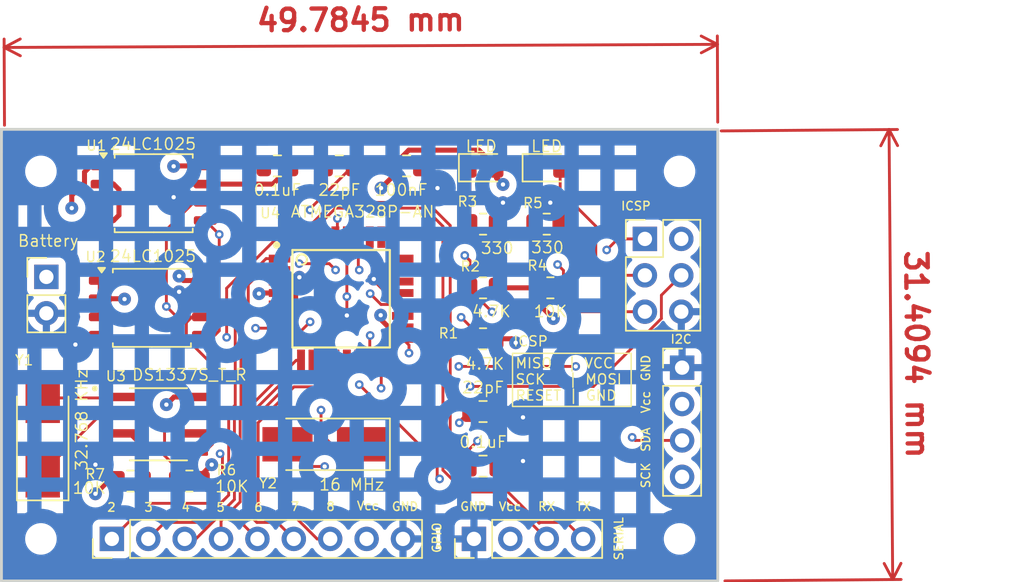
<source format=kicad_pcb>
(kicad_pcb (version 20240108) (generator "pcbnew") (generator_version "8.0")
  (title_block (title "${project_name}") (date "2024-09-20") (rev "1") (comment 1 "2-Layer PCB"))
  (layers (0 "F.Cu" mixed) (1 "In1.Cu" mixed) (2 "In2.Cu" mixed) (31 "B.Cu" mixed) (34 "B.Paste" user) (35 "F.Paste" user) (36 "B.SilkS" user "B.Silkscreen") (37 "F.SilkS" user "F.Silkscreen") (38 "B.Mask" user) (39 "F.Mask" user) (44 "Edge.Cuts" user))
  (property "project_name" "MCU Datalogger with memory and clock")
  (net 0 "")
  (net 1 "GND")
  (net 2 "Net-(U4-PB6)")
  (net 3 "Net-(U4-PB7)")
  (net 4 "/Vcc")
  (net 5 "Net-(U4-AREF)")
  (net 6 "/SCK")
  (net 7 "Net-(D1-K)")
  (net 8 "Net-(D2-K)")
  (net 9 "/SDA")
  (net 10 "/TX")
  (net 11 "/RX")
  (net 12 "/D5")
  (net 13 "/D6")
  (net 14 "/D3")
  (net 15 "/D7")
  (net 16 "/D2")
  (net 17 "/D8")
  (net 18 "/D4")
  (net 19 "/RESET")
  (net 20 "/MISO")
  (net 21 "/MOSI")
  (net 22 "Net-(U3-SQW{slash}~INT)")
  (net 23 "Net-(U3-~{INTA})")
  (net 24 "Net-(U3-X2)")
  (net 25 "Net-(U3-X1)")
  (net 35 "/SCL")
  (footprint "MountingHole:MountingHole_2.1mm" (layer "F.Cu") (at 166.884 106.7816)
    (property "Reference" "H3" (hide yes))
    (property "Value" "MountingHole" (hide yes))
  )
  (footprint "Capacitor_SMD:C_0805_2012Metric" (layer "F.Cu") (at 153.168 101.7016 180)
    (property "Reference" "C4" (hide yes))
    (property "Value" "0.1uF")
  )
  (footprint "MountingHole:MountingHole_2.1mm" (layer "F.Cu") (at 122.307 81.1276)
    (property "Reference" "H1" (hide yes))
    (property "Value" "MountingHole" (hide yes))
  )
  (footprint "Crystal:Crystal_SMD_5032-2Pin_5.0x3.2mm_HandSoldering" (layer "F.Cu") (at 122.434 99.5426 90)
    (property "Reference" "Y1")
    (property "Value" "32.768 KHz")
  )
  (footprint "Resistor_SMD:R_0805_2012Metric" (layer "F.Cu") (at 157.867 89.2556)
    (property "Reference" "R4")
    (property "Value" "10K")
  )
  (footprint "Resistor_SMD:R_0805_2012Metric" (layer "F.Cu") (at 153.168 92.8116 180)
    (property "Reference" "R1")
    (property "Value" "4.7K")
  )
  (footprint "Capacitor_SMD:C_0805_2012Metric" (layer "F.Cu") (at 147.834 80.7466)
    (property "Reference" "C5" (hide yes))
    (property "Value" "100nF")
  )
  (footprint "Crystal:Crystal_SMD_5032-2Pin_5.0x3.2mm_HandSoldering" (layer "F.Cu") (at 142.119 100.1776 180)
    (property "Reference" "Y2")
    (property "Value" "16 MHz")
  )
  (footprint "Connector_PinHeader_2.54mm:PinHeader_2x03_P2.54mm_Vertical" (layer "F.Cu") (at 164.466 85.8416)
    (property "Reference" "J4" (hide yes))
    (property "Value" "Conn_02x03_Odd_Even" (hide yes))
  )
  (footprint "ATMEGA328P-AN:QFP80P900X900X120-32N" (layer "F.Cu") (at 143.262 90.0176)
    (property "Reference" "U4")
    (property "Value" "ATMEGA328P-AN")
  )
  (footprint "Resistor_SMD:R_0805_2012Metric" (layer "F.Cu") (at 153.168 84.8106)
    (property "Reference" "R3")
    (property "Value" "330")
  )
  (footprint "Capacitor_SMD:C_0805_2012Metric" (layer "F.Cu") (at 138.817 80.7466)
    (property "Reference" "C3" (hide yes))
    (property "Value" "0.1uF")
  )
  (footprint "Connector_PinHeader_2.54mm:PinHeader_1x02_P2.54mm_Vertical" (layer "F.Cu") (at 122.688 88.4936)
    (property "Reference" "BT1" (hide yes))
    (property "Value" "Battery")
  )
  (footprint "Connector_PinHeader_2.54mm:PinHeader_1x04_P2.54mm_Vertical" (layer "F.Cu") (at 167.0618 94.8282)
    (property "Reference" "J1" (hide yes))
    (property "Value" "Conn_01x04_Pin" (hide yes))
  )
  (footprint "Connector_PinHeader_2.54mm:PinHeader_1x04_P2.54mm_Vertical" (layer "F.Cu") (at 152.533 106.7816 90)
    (property "Reference" "J2" (hide yes))
    (property "Value" "Conn_01x04_Pin" (hide yes))
  )
  (footprint "LED_SMD:LED_0805_2012Metric" (layer "F.Cu") (at 153.168 80.8736)
    (property "Reference" "D2" (hide yes))
    (property "Value" "LED")
  )
  (footprint "Capacitor_SMD:C_0805_2012Metric" (layer "F.Cu") (at 143.135 80.7466)
    (property "Reference" "C2" (hide yes))
    (property "Value" "22pF")
  )
  (footprint "Capacitor_SMD:C_0805_2012Metric" (layer "F.Cu") (at 153.168 97.8916 180)
    (property "Reference" "C1" (hide yes))
    (property "Value" "22pF")
  )
  (footprint "MountingHole:MountingHole_2.1mm" (layer "F.Cu") (at 122.307 106.7816)
    (property "Reference" "H2" (hide yes))
    (property "Value" "MountingHole" (hide yes))
  )
  (footprint "Package_SO:SOIC-8_5.23x5.23mm_P1.27mm" (layer "F.Cu") (at 130.181 82.6516)
    (property "Reference" "U1")
    (property "Value" "24LC1025")
  )
  (footprint "Package_SO:SOIC-8_5.23x5.23mm_P1.27mm" (layer "F.Cu") (at 130.054 90.6526)
    (property "Reference" "U2")
    (property "Value" "24LC1025")
  )
  (footprint "Resistor_SMD:R_0805_2012Metric" (layer "F.Cu") (at 132.6702 102.743 180)
    (property "Reference" "R6")
    (property "Value" "10K")
  )
  (footprint "Resistor_SMD:R_0805_2012Metric" (layer "F.Cu") (at 128.5554 102.743)
    (property "Reference" "R7")
    (property "Value" "10K")
  )
  (footprint "Connector_PinHeader_2.54mm:PinHeader_1x09_P2.54mm_Vertical" (layer "F.Cu") (at 127.26 106.7816 90)
    (property "Reference" "J3" (hide yes))
    (property "Value" "Conn_01x09" (hide yes))
  )
  (footprint "LED_SMD:LED_0805_2012Metric" (layer "F.Cu") (at 157.613 80.8736)
    (property "Reference" "D1" (hide yes))
    (property "Value" "LED")
  )
  (footprint "DS1337S_T_R:SOIC127P600X175-8N" (layer "F.Cu") (at 130.509 98.7806)
    (property "Reference" "U3")
    (property "Value" "DS1337S_T_R")
  )
  (footprint "Resistor_SMD:R_0805_2012Metric" (layer "F.Cu") (at 157.613 84.8106 180)
    (property "Reference" "R5")
    (property "Value" "330")
  )
  (footprint "MountingHole:MountingHole_2.1mm" (layer "F.Cu") (at 166.884 81.1276)
    (property "Reference" "H4" (hide yes))
    (property "Value" "MountingHole" (hide yes))
  )
  (footprint "Resistor_SMD:R_0805_2012Metric" (layer "F.Cu") (at 153.168 89.2556 180)
    (property "Reference" "R2")
    (property "Value" "4.7K")
  )
  (gr_rect (start 155.2254 93.8276) (end 163.5058 97.536) (stroke (width 0.1)) (fill none) (layer "F.SilkS"))
  (gr_rect (start 119.551 78.1926) (end 169.551 109.7166) (stroke (width 0.2)) (fill none) (layer "Edge.Cuts"))
  (gr_text "MISO  | VCC\nSCK   | MOSI\nRESET | GND" (at 155.3778 97.1804 0) (layer "F.SilkS") (effects (font (size 0.7 0.7) (thickness 0.1)) (justify left bottom)))
  (gr_text "ICSP" (at 162.7438 83.8962 0) (layer "F.SilkS") (effects (font (size 0.6 0.6) (thickness 0.1)) (justify left bottom)))
  (gr_text "TX" (at 159.5942 104.8766 0) (layer "F.SilkS") (effects (font (size 0.6 0.6) (thickness 0.1)) (justify left bottom)))
  (gr_text "Vcc" (at 164.8774 98.0694 90) (layer "F.SilkS") (effects (font (size 0.6 0.6) (thickness 0.1)) (justify left bottom)))
  (gr_text "SERIAL" (at 162.9978 108.331 90) (layer "F.SilkS") (effects (font (size 0.6 0.6) (thickness 0.1)) (justify left bottom)))
  (gr_text "4" (at 132.0606 104.9274 0) (layer "F.SilkS") (effects (font (size 0.6 0.6) (thickness 0.1)) (justify left bottom)))
  (gr_text "SDA" (at 164.8774 100.7618 90) (layer "F.SilkS") (effects (font (size 0.6 0.6) (thickness 0.1)) (justify left bottom)))
  (gr_text "7" (at 139.6806 104.8766 0) (layer "F.SilkS") (effects (font (size 0.6 0.6) (thickness 0.1)) (justify left bottom)))
  (gr_text "5" (at 134.499 104.9274 0) (layer "F.SilkS") (effects (font (size 0.6 0.6) (thickness 0.1)) (justify left bottom)))
  (gr_text "8" (at 142.1698 104.8766 0) (layer "F.SilkS") (effects (font (size 0.6 0.6) (thickness 0.1)) (justify left bottom)))
  (gr_text "Vcc" (at 154.2094 104.8766 0) (layer "F.SilkS") (effects (font (size 0.6 0.6) (thickness 0.1)) (justify left bottom)))
  (gr_text "ICSP" (at 155.2254 93.3958 0) (layer "F.SilkS") (effects (font (size 0.7 0.7) (thickness 0.1)) (justify left bottom)))
  (gr_text "SCK" (at 164.8774 103.3018 90) (layer "F.SilkS") (effects (font (size 0.6 0.6) (thickness 0.1)) (justify left bottom)))
  (gr_text "Vcc" (at 144.3034 104.8258 0) (layer "F.SilkS") (effects (font (size 0.6 0.6) (thickness 0.1)) (justify left bottom)))
  (gr_text "GND" (at 164.8774 95.8342 90) (layer "F.SilkS") (effects (font (size 0.6 0.6) (thickness 0.1)) (justify left bottom)))
  (gr_text "GND" (at 151.517 104.8766 0) (layer "F.SilkS") (effects (font (size 0.6 0.6) (thickness 0.1)) (justify left bottom)))
  (gr_text "3" (at 129.4698 104.9274 0) (layer "F.SilkS") (effects (font (size 0.6 0.6) (thickness 0.1)) (justify left bottom)))
  (gr_text "RX" (at 156.9526 104.8766 0) (layer "F.SilkS") (effects (font (size 0.6 0.6) (thickness 0.1)) (justify left bottom)))
  (gr_text "GPIO" (at 150.2978 107.823 90) (layer "F.SilkS") (effects (font (size 0.6 0.6) (thickness 0.1)) (justify left bottom)))
  (gr_text "GND" (at 146.7418 104.8766 0) (layer "F.SilkS") (effects (font (size 0.6 0.6) (thickness 0.1)) (justify left bottom)))
  (gr_text "6" (at 137.1406 104.9274 0) (layer "F.SilkS") (effects (font (size 0.6 0.6) (thickness 0.1)) (justify left bottom)))
  (gr_text "I2C" (at 166.1982 93.1926 0) (layer "F.SilkS") (effects (font (size 0.6 0.6) (thickness 0.1)) (justify left bottom)))
  (gr_text "2" (at 126.879 104.9274 0) (layer "F.SilkS") (effects (font (size 0.6 0.6) (thickness 0.1)) (justify left bottom)))
  (dimension (type aligned) (layer "F.Cu") (pts (xy 169.551 109.7166) (xy 169.297 78.3082)) (height 12.21117) (gr_text "31,4094 mm" (at 183.434712 93.899095 -89.53665864) (layer "F.Cu") (effects (font (size 1.5 1.5) (thickness 0.3)))) (format (prefix "") (suffix "") (units 3) (units_format 1) (precision 4)) (style (thickness 0.2) (arrow_length 1.27) (text_position_mode 0) (extension_height 0.58642) (extension_offset 0.5) keep_text_aligned))
  (dimension (type aligned) (layer "F.Cu") (pts (xy 119.767 78.4098) (xy 169.551 78.1926)) (height -5.931614) (gr_text "49,7845 mm" (at 144.625269 70.569659 0.2499711625) (layer "F.Cu") (effects (font (size 1.5 1.5) (thickness 0.3)))) (format (prefix "") (suffix "") (units 3) (units_format 1) (precision 4)) (style (thickness 0.2) (arrow_length 1.27) (text_position_mode 0) (extension_height 0.58642) (extension_offset 0.5) keep_text_aligned))
  (segment (start 131.445 83.058) (end 127.756 83.058) (width 0.35) (layer "F.Cu") (net 1))
  (segment (start 131.572 82.931) (end 131.445 83.058) (width 0.35) (layer "F.Cu") (net 1))
  (segment (start 155.6004 101.7016) (end 155.956 101.346) (width 0.35) (layer "F.Cu") (net 1))
  (segment (start 133.654 90.0176) (end 132.4356 90.0176) (width 0.35) (layer "F.Cu") (net 1))
  (segment (start 127.380999 84.5566) (end 126.581 84.5566) (width 0.35) (layer "F.Cu") (net 1))
  (segment (start 127.756 83.058) (end 127.756 84.181599) (width 0.35) (layer "F.Cu") (net 1))
  (segment (start 148.784 81.093) (end 149.987 82.296) (width 0.35) (layer "F.Cu") (net 1))
  (segment (start 138.962 88.8176) (end 140.062 88.8176) (width 0.35) (layer "F.Cu") (net 1))
  (segment (start 154.118 101.7016) (end 155.6004 101.7016) (width 0.35) (layer "F.Cu") (net 1))
  (segment (start 127.380999 82.0166) (end 127.756 82.391601) (width 0.35) (layer "F.Cu") (net 1))
  (segment (start 155.5496 97.8916) (end 155.956 98.298) (width 0.35) (layer "F.Cu") (net 1))
  (segment (start 154.0805 84.8106) (end 154.0805 83.7905) (width 0.35) (layer "F.Cu") (net 1))
  (segment (start 154.0805 83.7905) (end 154.559 83.312) (width 0.35) (layer "F.Cu") (net 1))
  (segment (start 133.781 82.0166) (end 132.4864 82.0166) (width 0.35) (layer "F.Cu") (net 1))
  (segment (start 139.767 80.7466) (end 138.497 82.0166) (width 0.35) (layer "F.Cu") (net 1))
  (segment (start 147.562 89.6176) (end 146.5136 89.6176) (width 0.35) (layer "F.Cu") (net 1))
  (segment (start 142.185 80.7466) (end 139.767 80.7466) (width 0.35) (layer "F.Cu") (net 1))
  (segment (start 125.3744 92.5576) (end 124.714 93.218) (width 0.35) (layer "F.Cu") (net 1))
  (segment (start 128.034 100.6856) (end 127.0254 100.6856) (width 0.35) (layer "F.Cu") (net 1))
  (segment (start 146.5136 89.6176) (end 145.542 88.646) (width 0.35) (layer "F.Cu") (net 1))
  (segment (start 126.454 92.5576) (end 125.3744 92.5576) (width 0.35) (layer "F.Cu") (net 1))
  (segment (start 140.087 88.8426) (end 140.087 90.164) (width 0.35) (layer "F.Cu") (net 1))
  (segment (start 154.118 97.8916) (end 155.5496 97.8916) (width 0.35) (layer "F.Cu") (net 1))
  (segment (start 132.4864 82.0166) (end 131.572 82.931) (width 0.35) (layer "F.Cu") (net 1))
  (segment (start 148.784 80.7466) (end 148.784 81.093) (width 0.35) (layer "F.Cu") (net 1))
  (segment (start 158.5255 83.9765) (end 158.5255 84.8106) (width 0.35) (layer "F.Cu") (net 1))
  (segment (start 127.756 82.391601) (end 127.756 83.058) (width 0.35) (layer "F.Cu") (net 1))
  (segment (start 127.0254 100.6856) (end 126.111 101.6) (width 0.35) (layer "F.Cu") (net 1))
  (segment (start 127.756 84.181599) (end 127.380999 84.5566) (width 0.35) (layer "F.Cu") (net 1))
  (segment (start 157.861 83.312) (end 158.5255 83.9765) (width 0.35) (layer "F.Cu") (net 1))
  (segment (start 138.497 82.0166) (end 133.781 82.0166) (width 0.35) (layer "F.Cu") (net 1))
  (segment (start 139.8334 90.4176) (end 138.962 90.4176) (width 0.35) (layer "F.Cu") (net 1))
  (segment (start 140.0484 88.8176) (end 140.347 88.519) (width 0.35) (layer "F.Cu") (net 1))
  (segment (start 132.4356 90.0176) (end 131.953 89.535) (width 0.35) (layer "F.Cu") (net 1))
  (segment (start 140.062 88.8176) (end 140.087 88.8426) (width 0.35) (layer "F.Cu") (net 1))
  (segment (start 138.962 88.8176) (end 140.0484 88.8176) (width 0.35) (layer "F.Cu") (net 1))
  (segment (start 126.581 82.0166) (end 127.380999 82.0166) (width 0.35) (layer "F.Cu") (net 1))
  (segment (start 140.087 90.164) (end 139.8334 90.4176) (width 0.35) (layer "F.Cu") (net 1))
  (via (at 126.111 101.6) (size 0.9) (drill 0.3) (layers "F.Cu" "B.Cu") (net 1))
  (via (at 140.347 88.519) (size 0.9) (drill 0.3) (layers "F.Cu" "B.Cu") (net 1))
  (via (at 157.861 83.312) (size 0.9) (drill 0.3) (layers "F.Cu" "B.Cu") (net 1))
  (via (at 155.956 98.298) (size 0.9) (drill 0.3) (layers "F.Cu" "B.Cu") (net 1))
  (via (at 131.572 82.931) (size 0.9) (drill 0.3) (layers "F.Cu" "B.Cu") (net 1))
  (via (at 154.559 83.312) (size 0.9) (drill 0.3) (layers "F.Cu" "B.Cu") (net 1))
  (via (at 124.714 93.218) (size 0.9) (drill 0.3) (layers "F.Cu" "B.Cu") (net 1))
  (via (at 155.956 101.346) (size 0.9) (drill 0.3) (layers "F.Cu" "B.Cu") (net 1))
  (via (at 149.987 82.296) (size 0.9) (drill 0.3) (layers "F.Cu" "B.Cu") (net 1))
  (via (at 145.542 88.646) (size 0.9) (drill 0.3) (layers "F.Cu" "B.Cu") (net 1))
  (via (at 131.953 89.535) (size 0.9) (drill 0.3) (layers "F.Cu" "B.Cu") (net 1))
  (segment (start 138.9046 92.075) (end 138.962 92.0176) (width 0.2) (layer "F.Cu") (net 2))
  (segment (start 151.511 98.679) (end 151.511 98.5986) (width 0.2) (layer "F.Cu") (net 2))
  (segment (start 139.519 100.1776) (end 141.0684 101.727) (width 0.2) (layer "F.Cu") (net 2))
  (segment (start 137.287 92.075) (end 138.9046 92.075) (width 0.2) (layer "F.Cu") (net 2))
  (segment (start 141.0684 101.727) (end 142.113 101.727) (width 0.2) (layer "F.Cu") (net 2))
  (segment (start 151.511 98.5986) (end 152.218 97.8916) (width 0.2) (layer "F.Cu") (net 2))
  (via (at 142.113 101.727) (size 0.6) (drill 0.3) (layers "F.Cu" "B.Cu") (net 2))
  (via (at 151.511 98.679) (size 0.6) (drill 0.3) (layers "F.Cu" "B.Cu") (net 2))
  (via (at 137.287 92.075) (size 0.6) (drill 0.3) (layers "F.Cu" "B.Cu") (net 2))
  (segment (start 141.859 99.441) (end 141.859 97.79) (width 0.2) (layer "F.Cu") (net 3))
  (segment (start 139.912 92.8176) (end 141.097 91.6326) (width 0.2) (layer "F.Cu") (net 3))
  (segment (start 141.097 83.7346) (end 141.097 83.82) (width 0.2) (layer "F.Cu") (net 3))
  (segment (start 144.085 80.7466) (end 141.097 83.7346) (width 0.2) (layer "F.Cu") (net 3))
  (segment (start 144.719 100.1776) (end 142.5956 100.1776) (width 0.2) (layer "F.Cu") (net 3))
  (segment (start 142.5956 100.1776) (end 141.859 99.441) (width 0.2) (layer "F.Cu") (net 3))
  (segment (start 139.912 92.8176) (end 138.962 92.8176) (width 0.2) (layer "F.Cu") (net 3))
  (segment (start 144.085 80.7466) (end 143.808 80.7466) (width 0.2) (layer "F.Cu") (net 3))
  (via (at 141.097 91.6326) (size 0.6) (drill 0.3) (layers "F.Cu" "B.Cu") (net 3))
  (via (at 141.097 83.82) (size 0.6) (drill 0.3) (layers "F.Cu" "B.Cu") (net 3))
  (via (at 141.859 97.79) (size 0.6) (drill 0.3) (layers "F.Cu" "B.Cu") (net 3))
  (segment (start 125.781001 83.2866) (end 125.349 82.854599) (width 0.35) (layer "F.Cu") (net 4))
  (segment (start 132.265603 88.7476) (end 131.953 88.434997) (width 0.35) (layer "F.Cu") (net 4))
  (segment (start 147.984 79.6466) (end 152.8785 79.6466) (width 0.35) (layer "F.Cu") (net 4))
  (segment (start 133.654 88.7476) (end 132.265603 88.7476) (width 0.35) (layer "F.Cu") (net 4))
  (segment (start 152.8785 79.6466) (end 154.1055 80.8736) (width 0.35) (layer "F.Cu") (net 4))
  (segment (start 125.781001 80.7466) (end 126.581 80.7466) (width 0.35) (layer "F.Cu") (net 4))
  (segment (start 137.5734 89.6176) (end 137.529 89.662) (width 0.35) (layer "F.Cu") (net 4))
  (segment (start 156.9545 89.2556) (end 156.9545 90.2795) (width 0.35) (layer "F.Cu") (net 4))
  (segment (start 133.781 80.7466) (end 137.867 80.7466) (width 0.35) (layer "F.Cu") (net 4))
  (segment (start 126.581 83.2866) (end 125.781001 83.2866) (width 0.35) (layer "F.Cu") (net 4))
  (segment (start 138.962 89.6176) (end 137.5734 89.6176) (width 0.35) (layer "F.Cu") (net 4))
  (segment (start 128.1176 90.0176) (end 128.143 90.043) (width 0.35) (layer "F.Cu") (net 4))
  (segment (start 147.562 92.0176) (end 147.562 92.087) (width 0.35) (layer "F.Cu") (net 4))
  (segment (start 126.454 88.7476) (end 126.454 90.0176) (width 0.35) (layer "F.Cu") (net 4))
  (segment (start 125.349 81.178601) (end 125.781001 80.7466) (width 0.35) (layer "F.Cu") (net 4))
  (segment (start 126.454 90.0176) (end 128.1176 90.0176) (width 0.35) (layer "F.Cu") (net 4))
  (segment (start 146.884 81.462) (end 146.05 82.296) (width 0.35) (layer "F.Cu") (net 4))
  (segment (start 125.349 81.915) (end 125.349 81.178601) (width 0.35) (layer "F.Cu") (net 4))
  (segment (start 124.46 82.804) (end 124.46 83.693) (width 0.35) (layer "F.Cu") (net 4))
  (segment (start 154.0805 89.2556) (end 156.9545 89.2556) (width 0.35) (layer "F.Cu") (net 4))
  (segment (start 133.781 80.7466) (end 131.5974 80.7466) (width 0.35) (layer "F.Cu") (net 4))
  (segment (start 132.984 96.8756) (end 131.5974 96.8756) (width 0.35) (layer "F.Cu") (net 4))
  (segment (start 146.02236 91.45296) (end 146.02236 91.1673) (width 0.35) (layer "F.Cu") (net 4))
  (segment (start 125.349 81.915) (end 124.46 82.804) (width 0.35) (layer "F.Cu") (net 4))
  (segment (start 156.9545 90.2795) (end 158.073831 91.398831) (width 0.35) (layer "F.Cu") (net 4))
  (segment (start 146.884 80.7466) (end 146.884 81.462) (width 0.35) (layer "F.Cu") (net 4))
  (segment (start 133.5827 102.743) (end 133.5827 102.245271) (width 0.35) (layer "F.Cu") (net 4))
  (segment (start 125.349 82.854599) (end 125.349 81.915) (width 0.35) (layer "F.Cu") (net 4))
  (segment (start 154.0805 92.8116) (end 155.1686 92.8116) (width 0.35) (layer "F.Cu") (net 4))
  (segment (start 127.6429 102.743) (end 127 102.743) (width 0.35) (layer "F.Cu") (net 4))
  (segment (start 154.1055 80.8736) (end 154.1055 81.5885) (width 0.35) (layer "F.Cu") (net 4))
  (segment (start 146.884 80.7466) (end 147.984 79.6466) (width 0.35) (layer "F.Cu") (net 4))
  (segment (start 126.454 90.0176) (end 126.454 91.2876) (width 0.35) (layer "F.Cu") (net 4))
  (segment (start 154.1055 81.5885) (end 154.559 82.042) (width 0.35) (layer "F.Cu") (net 4))
  (segment (start 147.562 92.087) (end 146.6564 92.087) (width 0.35) (layer "F.Cu") (net 4))
  (segment (start 133.5827 102.245271) (end 134.227971 101.6) (width 0.35) (layer "F.Cu") (net 4))
  (segment (start 155.1686 92.8116) (end 155.448 93.091) (width 0.35) (layer "F.Cu") (net 4))
  (segment (start 127 102.743) (end 126.111 103.632) (width 0.35) (layer "F.Cu") (net 4))
  (segment (start 146.6564 92.087) (end 146.02236 91.45296) (width 0.35) (layer "F.Cu") (net 4))
  (segment (start 131.5974 80.7466) (end 131.572 80.772) (width 0.35) (layer "F.Cu") (net 4))
  (segment (start 131.5974 96.8756) (end 131.064 97.409) (width 0.35) (layer "F.Cu") (net 4))
  (via (at 146.02236 91.1673) (size 0.9) (drill 0.3) (layers "F.Cu" "B.Cu") (net 4))
  (via (at 131.064 97.409) (size 0.9) (drill 0.3) (layers "F.Cu" "B.Cu") (net 4))
  (via (at 128.143 90.043) (size 0.9) (drill 0.3) (layers "F.Cu" "B.Cu") (net 4))
  (via (at 124.46 83.693) (size 0.9) (drill 0.3) (layers "F.Cu" "B.Cu") (net 4))
  (via (at 158.073831 91.398831) (size 0.9) (drill 0.3) (layers "F.Cu" "B.Cu") (net 4))
  (via (at 146.05 82.296) (size 0.9) (drill 0.3) (layers "F.Cu" "B.Cu") (net 4))
  (via (at 131.953 88.434997) (size 0.9) (drill 0.3) (layers "F.Cu" "B.Cu") (net 4))
  (via (at 155.448 93.091) (size 0.9) (drill 0.3) (layers "F.Cu" "B.Cu") (net 4))
  (via (at 134.227971 101.6) (size 0.9) (drill 0.3) (layers "F.Cu" "B.Cu") (net 4))
  (via (at 137.529 89.662) (size 0.9) (drill 0.3) (layers "F.Cu" "B.Cu") (net 4))
  (via (at 126.111 103.632) (size 0.9) (drill 0.3) (layers "F.Cu" "B.Cu") (net 4))
  (via (at 131.572 80.772) (size 0.9) (drill 0.3) (layers "F.Cu" "B.Cu") (net 4))
  (via (at 154.559 82.042) (size 0.9) (drill 0.3) (layers "F.Cu" "B.Cu") (net 4))
  (segment (start 145.288 89.662) (end 146.0436 90.4176) (width 0.2) (layer "F.Cu") (net 5))
  (segment (start 152.218 100.512) (end 152.781 99.949) (width 0.2) (layer "F.Cu") (net 5))
  (segment (start 152.218 101.7016) (end 152.218 100.512) (width 0.2) (layer "F.Cu") (net 5))
  (segment (start 146.0436 90.4176) (end 147.562 90.4176) (width 0.2) (layer "F.Cu") (net 5))
  (via (at 145.288 89.662) (size 0.6) (drill 0.3) (layers "F.Cu" "B.Cu") (net 5))
  (via (at 152.781 99.949) (size 0.6) (drill 0.3) (layers "F.Cu" "B.Cu") (net 5))
  (segment (start 158.5505 80.8736) (end 158.5505 82.4661) (width 0.2) (layer "F.Cu") (net 6))
  (segment (start 161.4066 88.3816) (end 164.466 88.3816) (width 0.2) (layer "F.Cu") (net 6))
  (segment (start 161.036 84.9516) (end 161.036 88.011) (width 0.2) (layer "F.Cu") (net 6))
  (segment (start 158.5505 82.4661) (end 161.036 84.9516) (width 0.2) (layer "F.Cu") (net 6))
  (segment (start 147.998265 93.809735) (end 147.998265 93.253865) (width 0.2) (layer "F.Cu") (net 6))
  (segment (start 161.036 88.011) (end 161.4066 88.3816) (width 0.2) (layer "F.Cu") (net 6))
  (segment (start 159.639 94.742) (end 151.476 94.742) (width 0.2) (layer "F.Cu") (net 6))
  (segment (start 147.998265 93.253865) (end 147.562 92.8176) (width 0.2) (layer "F.Cu") (net 6))
  (via (at 151.476 94.742) (size 0.6) (drill 0.3) (layers "F.Cu" "B.Cu") (net 6))
  (via (at 159.639 94.742) (size 0.6) (drill 0.3) (layers "F.Cu" "B.Cu") (net 6))
  (via (at 147.998265 93.809735) (size 0.6) (drill 0.3) (layers "F.Cu" "B.Cu") (net 6))
  (segment (start 156.7005 80.8986) (end 156.6755 80.8736) (width 0.2) (layer "F.Cu") (net 7))
  (segment (start 156.7005 84.8106) (end 156.7005 80.8986) (width 0.2) (layer "F.Cu") (net 7))
  (segment (start 152.2555 80.8986) (end 152.2305 80.8736) (width 0.2) (layer "F.Cu") (net 8))
  (segment (start 152.2555 84.8106) (end 152.2555 80.8986) (width 0.2) (layer "F.Cu") (net 8))
  (segment (start 133.654 92.5576) (end 134.453999 92.5576) (width 0.2) (layer "F.Cu") (net 9))
  (segment (start 134.754 92.257599) (end 134.754 85.5296) (width 0.2) (layer "F.Cu") (net 9))
  (segment (start 140.334178 87.569084) (end 142.433084 87.569084) (width 0.2) (layer "F.Cu") (net 9))
  (segment (start 134.754 85.5296) (end 133.781 84.5566) (width 0.2) (layer "F.Cu") (net 9))
  (segment (start 144.462 87.947) (end 144.462 85.7176) (width 0.2) (layer "F.Cu") (net 9))
  (segment (start 134.709 93.6126) (end 133.654 92.5576) (width 0.2) (layer "F.Cu") (net 9))
  (segment (start 152.2555 89.3905) (end 152.2555 89.2556) (width 0.2) (layer "F.Cu") (net 9))
  (segment (start 144.526 88.011) (end 144.462 87.947) (width 0.2) (layer "F.Cu") (net 9))
  (segment (start 142.433084 87.569084) (end 142.875 88.011) (width 0.2) (layer "F.Cu") (net 9))
  (segment (start 134.269 100.173) (end 134.269 99.681286) (width 0.2) (layer "F.Cu") (net 9))
  (segment (start 153.797 90.932) (end 152.2555 89.3905) (width 0.2) (layer "F.Cu") (net 9))
  (segment (start 132.984 100.6856) (end 133.7564 100.6856) (width 0.2) (layer "F.Cu") (net 9))
  (segment (start 152.2555 89.2556) (end 152.2555 87.3585) (width 0.2) (layer "F.Cu") (net 9))
  (segment (start 134.269 99.681286) (end 134.709 99.241286) (width 0.2) (layer "F.Cu") (net 9))
  (segment (start 134.453999 92.5576) (end 134.754 92.257599) (width 0.2) (layer "F.Cu") (net 9))
  (segment (start 163.7892 99.9082) (end 163.576 99.695) (width 0.2) (layer "F.Cu") (net 9))
  (segment (start 167.0618 99.9082) (end 163.7892 99.9082) (width 0.2) (layer "F.Cu") (net 9))
  (segment (start 133.7564 100.6856) (end 134.269 100.173) (width 0.2) (layer "F.Cu") (net 9))
  (segment (start 134.709 99.241286) (end 134.709 93.6126) (width 0.2) (layer "F.Cu") (net 9))
  (segment (start 152.2555 87.3585) (end 151.892 86.995) (width 0.2) (layer "F.Cu") (net 9))
  (via (at 134.754 85.5296) (size 0.6) (drill 0.3) (layers "F.Cu" "B.Cu") (net 9))
  (via (at 144.526 88.011) (size 0.6) (drill 0.3) (layers "F.Cu" "B.Cu") (net 9))
  (via (at 140.334178 87.569084) (size 0.6) (drill 0.3) (layers "F.Cu" "B.Cu") (net 9))
  (via (at 142.875 88.011) (size 0.6) (drill 0.3) (layers "F.Cu" "B.Cu") (net 9))
  (via (at 151.892 86.995) (size 0.6) (drill 0.3) (layers "F.Cu" "B.Cu") (net 9))
  (via (at 153.797 90.932) (size 0.6) (drill 0.3) (layers "F.Cu" "B.Cu") (net 9))
  (via (at 163.576 99.695) (size 0.6) (drill 0.3) (layers "F.Cu" "B.Cu") (net 9))
  (segment (start 149.263686 83.293) (end 150.876 84.905314) (width 0.2) (layer "F.Cu") (net 10))
  (segment (start 154.502086 103.105) (end 157.08267 105.685584) (width 0.2) (layer "F.Cu") (net 10))
  (segment (start 141.262 84.740314) (end 142.709314 83.293) (width 0.2) (layer "F.Cu") (net 10))
  (segment (start 142.709314 83.293) (end 149.263686 83.293) (width 0.2) (layer "F.Cu") (net 10))
  (segment (start 159.003 105.6316) (end 160.153 106.7816) (width 0.2) (layer "F.Cu") (net 10))
  (segment (start 157.08267 105.685584) (end 157.136654 105.6316) (width 0.2) (layer "F.Cu") (net 10))
  (segment (start 157.136654 105.6316) (end 159.003 105.6316) (width 0.2) (layer "F.Cu") (net 10))
  (segment (start 150.876 101.923314) (end 152.057686 103.105) (width 0.2) (layer "F.Cu") (net 10))
  (segment (start 150.876 84.905314) (end 150.876 101.923314) (width 0.2) (layer "F.Cu") (net 10))
  (segment (start 152.057686 103.105) (end 154.502086 103.105) (width 0.2) (layer "F.Cu") (net 10))
  (segment (start 141.262 85.7176) (end 141.262 84.740314) (width 0.2) (layer "F.Cu") (net 10))
  (segment (start 142.875 83.693) (end 142.062 84.506) (width 0.2) (layer "F.Cu") (net 11))
  (segment (start 154.3364 103.505) (end 151.892 103.505) (width 0.2) (layer "F.Cu") (net 11))
  (segment (start 150.368 84.963) (end 149.098 83.693) (width 0.2) (layer "F.Cu") (net 11))
  (segment (start 149.098 83.693) (end 142.875 83.693) (width 0.2) (layer "F.Cu") (net 11))
  (segment (start 150.368 101.981) (end 150.368 84.963) (width 0.2) (layer "F.Cu") (net 11))
  (segment (start 142.062 84.506) (end 142.062 85.7176) (width 0.2) (layer "F.Cu") (net 11))
  (segment (start 151.892 103.505) (end 150.368 101.981) (width 0.2) (layer "F.Cu") (net 11))
  (segment (start 157.613 106.7816) (end 154.3364 103.505) (width 0.2) (layer "F.Cu") (net 11))
  (segment (start 136.214 98.228) (end 136.214 104.197) (width 0.2) (layer "F.Cu") (net 12))
  (segment (start 140.462 94.3176) (end 140.1244 94.3176) (width 0.2) (layer "F.Cu") (net 12))
  (segment (start 140.1244 94.3176) (end 136.214 98.228) (width 0.2) (layer "F.Cu") (net 12))
  (segment (start 134.88 105.531) (end 134.88 106.7816) (width 0.2) (layer "F.Cu") (net 12))
  (segment (start 136.214 104.197) (end 134.88 105.531) (width 0.2) (layer "F.Cu") (net 12))
  (segment (start 136.614 98.393686) (end 139.640086 95.3676) (width 0.2) (layer "F.Cu") (net 13))
  (segment (start 136.614 105.325514) (end 136.614 98.393686) (width 0.2) (layer "F.Cu") (net 13))
  (segment (start 136.4736 105.465914) (end 136.614 105.325514) (width 0.2) (layer "F.Cu") (net 13))
  (segment (start 141.162 95.3676) (end 141.262 95.2676) (width 0.2) (layer "F.Cu") (net 13))
  (segment (start 141.262 95.2676) (end 141.262 94.3176) (width 0.2) (layer "F.Cu") (net 13))
  (segment (start 139.640086 95.3676) (end 141.162 95.3676) (width 0.2) (layer "F.Cu") (net 13))
  (segment (start 136.4736 105.8352) (end 136.4736 105.465914) (width 0.2) (layer "F.Cu") (net 13))
  (segment (start 137.42 106.7816) (end 136.4736 105.8352) (width 0.2) (layer "F.Cu") (net 13))
  (segment (start 136.271 88.969314) (end 136.271 91.001314) (width 0.2) (layer "F.Cu") (net 14))
  (segment (start 135.414 97.896628) (end 135.414 103.727) (width 0.2) (layer "F.Cu") (net 14))
  (segment (start 135.871 97.439628) (end 135.414 97.896628) (width 0.2) (layer "F.Cu") (net 14))
  (segment (start 138.022714 87.2176) (end 136.271 88.969314) (width 0.2) (layer "F.Cu") (net 14))
  (segment (start 135.871 91.401314) (end 135.871 97.439628) (width 0.2) (layer "F.Cu") (net 14))
  (segment (start 138.962 87.2176) (end 138.022714 87.2176) (width 0.2) (layer "F.Cu") (net 14))
  (segment (start 133.5094 105.6316) (end 130.95 105.6316) (width 0.2) (layer "F.Cu") (net 14))
  (segment (start 135.414 103.727) (end 133.5094 105.6316) (width 0.2) (layer "F.Cu") (net 14))
  (segment (start 130.95 105.6316) (end 129.8 106.7816) (width 0.2) (layer "F.Cu") (net 14))
  (segment (start 136.271 91.001314) (end 135.871 91.401314) (width 0.2) (layer "F.Cu") (net 14))
  (segment (start 141.327686 95.7676) (end 142.062 95.033286) (width 0.2) (layer "F.Cu") (net 15))
  (segment (start 139.805772 95.7676) (end 141.327686 95.7676) (width 0.2) (layer "F.Cu") (net 15))
  (segment (start 142.062 95.033286) (end 142.062 94.3176) (width 0.2) (layer "F.Cu") (net 15))
  (segment (start 138.81 105.6316) (end 137.3816 105.6316) (width 0.2) (layer "F.Cu") (net 15))
  (segment (start 137.069 105.319) (end 137.069 98.504372) (width 0.2) (layer "F.Cu") (net 15))
  (segment (start 139.96 106.7816) (end 138.81 105.6316) (width 0.2) (layer "F.Cu") (net 15))
  (segment (start 137.069 98.504372) (end 139.805772 95.7676) (width 0.2) (layer "F.Cu") (net 15))
  (segment (start 137.3816 105.6316) (end 137.069 105.319) (width 0.2) (layer "F.Cu") (net 15))
  (segment (start 127.26 106.7816) (end 129.743972 104.297628) (width 0.2) (layer "F.Cu") (net 16))
  (segment (start 133.908315 104.297628) (end 133.908314 104.297628) (width 0.2) (layer "F.Cu") (net 16))
  (segment (start 135.271 92.71) (end 135.271 89.2836) (width 0.2) (layer "F.Cu") (net 16))
  (segment (start 129.743972 104.297628) (end 133.908315 104.297628) (width 0.2) (layer "F.Cu") (net 16))
  (segment (start 135.271 89.2836) (end 138.837 85.7176) (width 0.2) (layer "F.Cu") (net 16))
  (segment (start 138.837 85.7176) (end 140.462 85.7176) (width 0.2) (layer "F.Cu") (net 16))
  (segment (start 133.908314 104.297628) (end 134.977971 103.227971) (width 0.2) (layer "F.Cu") (net 16))
  (segment (start 134.977971 103.227971) (end 134.977971 101.001971) (width 0.2) (layer "F.Cu") (net 16))
  (segment (start 134.977971 101.001971) (end 134.814 100.838) (width 0.2) (layer "F.Cu") (net 16))
  (via (at 134.814 100.838) (size 0.6) (drill 0.3) (layers "F.Cu" "B.Cu") (net 16))
  (via (at 135.271 92.71) (size 0.6) (drill 0.3) (layers "F.Cu" "B.Cu") (net 16))
  (segment (start 141.837 96.1676) (end 142.862 95.1426) (width 0.2) (layer "F.Cu") (net 17))
  (segment (start 137.469 98.670058) (end 139.971458 96.1676) (width 0.2) (layer "F.Cu") (net 17))
  (segment (start 137.469 104.703) (end 137.469 98.670058) (width 0.2) (layer "F.Cu") (net 17))
  (segment (start 142.5 106.7816) (end 141.586346 106.7816) (width 0.2) (layer "F.Cu") (net 17))
  (segment (start 139.833746 105.029) (end 137.795 105.029) (width 0.2) (layer "F.Cu") (net 17))
  (segment (start 142.862 95.1426) (end 142.862 94.3176) (width 0.2) (layer "F.Cu") (net 17))
  (segment (start 139.971458 96.1676) (end 141.837 96.1676) (width 0.2) (layer "F.Cu") (net 17))
  (segment (start 141.586346 106.7816) (end 139.833746 105.029) (width 0.2) (layer "F.Cu") (net 17))
  (segment (start 137.795 105.029) (end 137.469 104.703) (width 0.2) (layer "F.Cu") (net 17))
  (segment (start 132.34 106.7816) (end 133.1214 106.7816) (width 0.2) (layer "F.Cu") (net 18))
  (segment (start 136.271 97.605314) (end 136.271 91.567) (width 0.2) (layer "F.Cu") (net 18))
  (segment (start 133.1214 106.7816) (end 134.48 105.423) (width 0.2) (layer "F.Cu") (net 18))
  (segment (start 134.48 105.423) (end 134.48 105.365314) (width 0.2) (layer "F.Cu") (net 18))
  (segment (start 134.48 105.365314) (end 135.814 104.031314) (width 0.2) (layer "F.Cu") (net 18))
  (segment (start 136.271 91.567) (end 136.779 91.059) (width 0.2) (layer "F.Cu") (net 18))
  (segment (start 135.814 98.062314) (end 136.271 97.605314) (width 0.2) (layer "F.Cu") (net 18))
  (segment (start 136.779 91.059) (end 136.779 89.027) (width 0.2) (layer "F.Cu") (net 18))
  (segment (start 135.814 104.031314) (end 135.814 98.062314) (width 0.2) (layer "F.Cu") (net 18))
  (segment (start 137.7884 88.0176) (end 138.962 88.0176) (width 0.2) (layer "F.Cu") (net 18))
  (segment (start 136.779 89.027) (end 137.7884 88.0176) (width 0.2) (layer "F.Cu") (net 18))
  (segment (start 142.999265 84.417265) (end 142.999265 85.580335) (width 0.2) (layer "F.Cu") (net 19))
  (segment (start 158.7795 88.0405) (end 158.369 87.63) (width 0.2) (layer "F.Cu") (net 19))
  (segment (start 158.7795 90.1995) (end 159.512 90.932) (width 0.2) (layer "F.Cu") (net 19))
  (segment (start 159.5224 90.9216) (end 164.466 90.9216) (width 0.2) (layer "F.Cu") (net 19))
  (segment (start 142.999265 85.580335) (end 142.862 85.7176) (width 0.2) (layer "F.Cu") (net 19))
  (segment (start 158.7795 89.2556) (end 158.7795 88.0405) (width 0.2) (layer "F.Cu") (net 19))
  (segment (start 159.512 90.932) (end 159.5224 90.9216) (width 0.2) (layer "F.Cu") (net 19))
  (segment (start 158.7795 89.2556) (end 158.7795 90.1995) (width 0.2) (layer "F.Cu") (net 19))
  (via (at 142.999265 84.417265) (size 0.6) (drill 0.3) (layers "F.Cu" "B.Cu") (net 19))
  (via (at 158.369 87.63) (size 0.6) (drill 0.3) (layers "F.Cu" "B.Cu") (net 19))
  (segment (start 162.5704 85.8416) (end 161.798 86.614) (width 0.2) (layer "F.Cu") (net 20))
  (segment (start 146.05 96.266) (end 146.05 96.012) (width 0.2) (layer "F.Cu") (net 20))
  (segment (start 146.062 96) (end 146.062 94.3176) (width 0.2) (layer "F.Cu") (net 20))
  (segment (start 164.466 85.8416) (end 162.5704 85.8416) (width 0.2) (layer "F.Cu") (net 20))
  (segment (start 146.05 96.012) (end 146.062 96) (width 0.2) (layer "F.Cu") (net 20))
  (via (at 146.05 96.266) (size 0.6) (drill 0.3) (layers "F.Cu" "B.Cu") (net 20))
  (via (at 161.798 86.614) (size 0.6) (drill 0.3) (layers "F.Cu" "B.Cu") (net 20))
  (segment (start 145.262 92.609) (end 145.262 94.3176) (width 0.2) (layer "F.Cu") (net 21))
  (segment (start 160.874946 96.139) (end 152.273 96.139) (width 0.2) (layer "F.Cu") (net 21))
  (segment (start 165.616 91.397946) (end 160.874946 96.139) (width 0.2) (layer "F.Cu") (net 21))
  (segment (start 145.288 92.583) (end 145.262 92.609) (width 0.2) (layer "F.Cu") (net 21))
  (segment (start 165.616 89.7716) (end 165.616 91.397946) (width 0.2) (layer "F.Cu") (net 21))
  (segment (start 167.006 88.3816) (end 165.616 89.7716) (width 0.2) (layer "F.Cu") (net 21))
  (via (at 145.288 92.583) (size 0.6) (drill 0.3) (layers "F.Cu" "B.Cu") (net 21))
  (via (at 152.273 96.139) (size 0.6) (drill 0.3) (layers "F.Cu" "B.Cu") (net 21))
  (segment (start 133.377106 98.1456) (end 132.984 98.1456) (width 0.2) (layer "F.Cu") (net 22))
  (segment (start 131.999 98.1456) (end 132.984 98.1456) (width 0.2) (layer "F.Cu") (net 22))
  (segment (start 130.937 100.965) (end 130.937 99.2076) (width 0.2) (layer "F.Cu") (net 22))
  (segment (start 131.7577 101.7857) (end 130.937 100.965) (width 0.2) (layer "F.Cu") (net 22))
  (segment (start 130.937 99.2076) (end 131.999 98.1456) (width 0.2) (layer "F.Cu") (net 22))
  (segment (start 131.7577 102.743) (end 131.7577 101.7857) (width 0.2) (layer "F.Cu") (net 22))
  (segment (start 128.427106 99.4156) (end 128.034 99.4156) (width 0.2) (layer "F.Cu") (net 23))
  (segment (start 129.4679 100.456394) (end 128.427106 99.4156) (width 0.2) (layer "F.Cu") (net 23))
  (segment (start 129.4679 102.743) (end 129.4679 100.456394) (width 0.2) (layer "F.Cu") (net 23))
  (segment (start 122.434 102.1426) (end 126.431 98.1456) (width 0.2) (layer "F.Cu") (net 24))
  (segment (start 126.431 98.1456) (end 128.034 98.1456) (width 0.2) (layer "F.Cu") (net 24))
  (segment (start 122.434 96.9426) (end 127.967 96.9426) (width 0.2) (layer "F.Cu") (net 25))
  (segment (start 127.967 96.9426) (end 128.034 96.8756) (width 0.2) (layer "F.Cu") (net 25))
  (segment (start 132.854001 91.2876) (end 133.654 91.2876) (width 0.2) (layer "F.Cu") (net 35))
  (segment (start 133.781 83.2866) (end 132.981001 83.2866) (width 0.2) (layer "F.Cu") (net 35))
  (segment (start 149.968 101.454) (end 149.968 102.42953) (width 0.2) (layer "F.Cu") (net 35))
  (segment (start 131.064 85.203601) (end 131.064 90.556717) (width 0.2) (layer "F.Cu") (net 35))
  (segment (start 132.984 99.4156) (end 133.969 99.4156) (width 0.2) (layer "F.Cu") (net 35))
  (segment (start 132.461 91.680601) (end 132.854001 91.2876) (width 0.2) (layer "F.Cu") (net 35))
  (segment (start 134.309 94.653152) (end 132.461 92.805152) (width 0.2) (layer "F.Cu") (net 35))
  (segment (start 152.2555 91.9305) (end 151.638 91.313) (width 0.2) (layer "F.Cu") (net 35))
  (segment (start 132.461 92.805152) (end 132.461 91.680601) (width 0.2) (layer "F.Cu") (net 35))
  (segment (start 133.969 99.4156) (end 134.309 99.0756) (width 0.2) (layer "F.Cu") (net 35))
  (segment (start 149.968 102.42953) (end 150.134235 102.595765) (width 0.2) (layer "F.Cu") (net 35))
  (segment (start 134.309 99.0756) (end 134.309 94.653152) (width 0.2) (layer "F.Cu") (net 35))
  (segment (start 131.064 90.556717) (end 131.794883 91.2876) (width 0.2) (layer "F.Cu") (net 35))
  (segment (start 152.2555 92.8116) (end 152.2555 91.9305) (width 0.2) (layer "F.Cu") (net 35))
  (segment (start 143.662 89.8676) (end 143.662 85.7176) (width 0.2) (layer "F.Cu") (net 35))
  (segment (start 144.526 96.012) (end 149.968 101.454) (width 0.2) (layer "F.Cu") (net 35))
  (segment (start 131.794883 91.2876) (end 133.654 91.2876) (width 0.2) (layer "F.Cu") (net 35))
  (segment (start 143.662 91.186) (end 143.662 89.8676) (width 0.2) (layer "F.Cu") (net 35))
  (segment (start 132.981001 83.2866) (end 131.064 85.203601) (width 0.2) (layer "F.Cu") (net 35))
  (via (at 143.662 91.186) (size 0.6) (drill 0.3) (layers "F.Cu" "B.Cu") (net 35))
  (via (at 144.526 96.012) (size 0.6) (drill 0.3) (layers "F.Cu" "B.Cu") (net 35))
  (via (at 151.638 91.313) (size 0.6) (drill 0.3) (layers "F.Cu" "B.Cu") (net 35))
  (via (at 131.064 90.556717) (size 0.6) (drill 0.3) (layers "F.Cu" "B.Cu") (net 35))
  (via (at 150.134235 102.595765) (size 0.6) (drill 0.3) (layers "F.Cu" "B.Cu") (net 35))
  (via (at 143.662 89.8676) (size 0.6) (drill 0.3) (layers "F.Cu" "B.Cu") (net 35))
  (zone (net 1) (net_name "GND") (layer "B.Cu") (connect_pads (clearance 0.5)) (min_thickness 0.25) (fill yes (mode hatch) (thermal_gap 0.5) (thermal_bridge_width 0.5) (hatch_thickness 1) (hatch_gap 1.5) (hatch_orientation 0) (hatch_border_algorithm hatch_thickness) (hatch_min_hole_area 0.3))
    (polygon (pts (xy 119.634 78.232) (xy 169.551 78.1926) (xy 169.551 109.7166) (xy 119.507 109.728)))
  )
)
</source>
